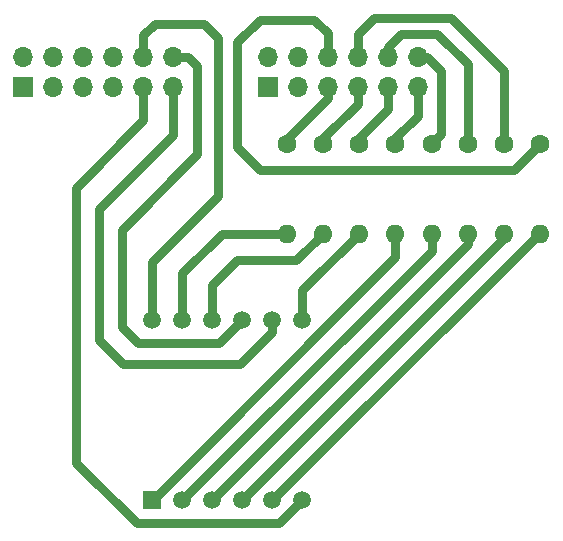
<source format=gbr>
%TF.GenerationSoftware,KiCad,Pcbnew,(6.0.8)*%
%TF.CreationDate,2023-06-26T15:44:48-04:00*%
%TF.ProjectId,DIAPLAY  7 SEG x 4,44494150-4c41-4592-9020-372053454720,rev?*%
%TF.SameCoordinates,Original*%
%TF.FileFunction,Copper,L2,Bot*%
%TF.FilePolarity,Positive*%
%FSLAX46Y46*%
G04 Gerber Fmt 4.6, Leading zero omitted, Abs format (unit mm)*
G04 Created by KiCad (PCBNEW (6.0.8)) date 2023-06-26 15:44:48*
%MOMM*%
%LPD*%
G01*
G04 APERTURE LIST*
%TA.AperFunction,ComponentPad*%
%ADD10C,1.600000*%
%TD*%
%TA.AperFunction,ComponentPad*%
%ADD11O,1.600000X1.600000*%
%TD*%
%TA.AperFunction,ComponentPad*%
%ADD12R,1.500000X1.500000*%
%TD*%
%TA.AperFunction,ComponentPad*%
%ADD13C,1.500000*%
%TD*%
%TA.AperFunction,ComponentPad*%
%ADD14R,1.700000X1.700000*%
%TD*%
%TA.AperFunction,ComponentPad*%
%ADD15O,1.700000X1.700000*%
%TD*%
%TA.AperFunction,Conductor*%
%ADD16C,0.800000*%
%TD*%
G04 APERTURE END LIST*
D10*
%TO.P,R3,1*%
%TO.N,Net-(R3-Pad1)*%
X145364285Y-69810000D03*
D11*
%TO.P,R3,2*%
%TO.N,Net-(R3-Pad2)*%
X145364285Y-77430000D03*
%TD*%
D10*
%TO.P,R2,1*%
%TO.N,Net-(R2-Pad1)*%
X163750000Y-69810000D03*
D11*
%TO.P,R2,2*%
%TO.N,Net-(R2-Pad2)*%
X163750000Y-77430000D03*
%TD*%
D10*
%TO.P,R4,1*%
%TO.N,Net-(R4-Pad1)*%
X151492855Y-69810000D03*
D11*
%TO.P,R4,2*%
%TO.N,Net-(R4-Pad2)*%
X151492855Y-77430000D03*
%TD*%
D10*
%TO.P,R8,1*%
%TO.N,Net-(R8-Pad1)*%
X142300000Y-69810000D03*
D11*
%TO.P,R8,2*%
%TO.N,Net-(R8-Pad2)*%
X142300000Y-77430000D03*
%TD*%
D10*
%TO.P,R7,1*%
%TO.N,Net-(R7-Pad1)*%
X148428570Y-69810000D03*
D11*
%TO.P,R7,2*%
%TO.N,Net-(R7-Pad2)*%
X148428570Y-77430000D03*
%TD*%
D12*
%TO.P,U1,1,e*%
%TO.N,Net-(R4-Pad2)*%
X130920000Y-99977500D03*
D13*
%TO.P,U1,2,d*%
%TO.N,Net-(R5-Pad2)*%
X133460000Y-99977500D03*
%TO.P,U1,3,DPX*%
%TO.N,Net-(R1-Pad2)*%
X136000000Y-99977500D03*
%TO.P,U1,4,c*%
%TO.N,Net-(R6-Pad2)*%
X138540000Y-99977500D03*
%TO.P,U1,5,g*%
%TO.N,Net-(R2-Pad2)*%
X141080000Y-99977500D03*
%TO.P,U1,6,CA4*%
%TO.N,Net-(J2-Pad9)*%
X143620000Y-99977500D03*
%TO.P,U1,7,b*%
%TO.N,Net-(R7-Pad2)*%
X143620000Y-84737500D03*
%TO.P,U1,8,CA3*%
%TO.N,Net-(J2-Pad11)*%
X141080000Y-84737500D03*
%TO.P,U1,9,CA2*%
%TO.N,Net-(J2-Pad12)*%
X138540000Y-84737500D03*
%TO.P,U1,10,f*%
%TO.N,Net-(R3-Pad2)*%
X136000000Y-84737500D03*
%TO.P,U1,11,a*%
%TO.N,Net-(R8-Pad2)*%
X133460000Y-84737500D03*
%TO.P,U1,12,CA1*%
%TO.N,Net-(J2-Pad10)*%
X130920000Y-84737500D03*
%TD*%
D14*
%TO.P,J1,1,Pin_1*%
%TO.N,unconnected-(J1-Pad1)*%
X140690000Y-65000000D03*
D15*
%TO.P,J1,2,Pin_2*%
%TO.N,unconnected-(J1-Pad2)*%
X140690000Y-62460000D03*
%TO.P,J1,3,Pin_3*%
%TO.N,unconnected-(J1-Pad3)*%
X143230000Y-65000000D03*
%TO.P,J1,4,Pin_4*%
%TO.N,unconnected-(J1-Pad4)*%
X143230000Y-62460000D03*
%TO.P,J1,5,Pin_5*%
%TO.N,Net-(R8-Pad1)*%
X145770000Y-65000000D03*
%TO.P,J1,6,Pin_6*%
%TO.N,Net-(R2-Pad1)*%
X145770000Y-62460000D03*
%TO.P,J1,7,Pin_7*%
%TO.N,Net-(R3-Pad1)*%
X148310000Y-65000000D03*
%TO.P,J1,8,Pin_8*%
%TO.N,Net-(R6-Pad1)*%
X148310000Y-62460000D03*
%TO.P,J1,9,Pin_9*%
%TO.N,Net-(R7-Pad1)*%
X150850000Y-65000000D03*
%TO.P,J1,10,Pin_10*%
%TO.N,Net-(R1-Pad1)*%
X150850000Y-62460000D03*
%TO.P,J1,11,Pin_11*%
%TO.N,Net-(R4-Pad1)*%
X153390000Y-65000000D03*
%TO.P,J1,12,Pin_12*%
%TO.N,Net-(R5-Pad1)*%
X153390000Y-62460000D03*
%TD*%
D10*
%TO.P,R1,1*%
%TO.N,Net-(R1-Pad1)*%
X157621425Y-69810000D03*
D11*
%TO.P,R1,2*%
%TO.N,Net-(R1-Pad2)*%
X157621425Y-77430000D03*
%TD*%
D10*
%TO.P,R5,1*%
%TO.N,Net-(R5-Pad1)*%
X154557140Y-69810000D03*
D11*
%TO.P,R5,2*%
%TO.N,Net-(R5-Pad2)*%
X154557140Y-77430000D03*
%TD*%
D10*
%TO.P,R6,1*%
%TO.N,Net-(R6-Pad1)*%
X160685710Y-69810000D03*
D11*
%TO.P,R6,2*%
%TO.N,Net-(R6-Pad2)*%
X160685710Y-77430000D03*
%TD*%
D14*
%TO.P,J2,1,Pin_1*%
%TO.N,unconnected-(J2-Pad1)*%
X120000000Y-65000000D03*
D15*
%TO.P,J2,2,Pin_2*%
%TO.N,unconnected-(J2-Pad2)*%
X120000000Y-62460000D03*
%TO.P,J2,3,Pin_3*%
%TO.N,unconnected-(J2-Pad3)*%
X122540000Y-65000000D03*
%TO.P,J2,4,Pin_4*%
%TO.N,unconnected-(J2-Pad4)*%
X122540000Y-62460000D03*
%TO.P,J2,5,Pin_5*%
%TO.N,unconnected-(J2-Pad5)*%
X125080000Y-65000000D03*
%TO.P,J2,6,Pin_6*%
%TO.N,unconnected-(J2-Pad6)*%
X125080000Y-62460000D03*
%TO.P,J2,7,Pin_7*%
%TO.N,unconnected-(J2-Pad7)*%
X127620000Y-65000000D03*
%TO.P,J2,8,Pin_8*%
%TO.N,unconnected-(J2-Pad8)*%
X127620000Y-62460000D03*
%TO.P,J2,9,Pin_9*%
%TO.N,Net-(J2-Pad9)*%
X130160000Y-65000000D03*
%TO.P,J2,10,Pin_10*%
%TO.N,Net-(J2-Pad10)*%
X130160000Y-62460000D03*
%TO.P,J2,11,Pin_11*%
%TO.N,Net-(J2-Pad11)*%
X132700000Y-65000000D03*
%TO.P,J2,12,Pin_12*%
%TO.N,Net-(J2-Pad12)*%
X132700000Y-62460000D03*
%TD*%
D16*
%TO.N,Net-(J2-Pad9)*%
X141627500Y-101970000D02*
X143620000Y-99977500D01*
X124460000Y-96850000D02*
X129580000Y-101970000D01*
X129580000Y-101970000D02*
X141627500Y-101970000D01*
X130160000Y-67850000D02*
X124460000Y-73550000D01*
X124460000Y-73550000D02*
X124460000Y-96850000D01*
X130160000Y-65000000D02*
X130160000Y-67850000D01*
%TO.N,Net-(R8-Pad1)*%
X145770000Y-65940000D02*
X145770000Y-65000000D01*
X142300000Y-69410000D02*
X145770000Y-65940000D01*
X142300000Y-69810000D02*
X142300000Y-69410000D01*
%TO.N,Net-(R3-Pad1)*%
X148310000Y-66420000D02*
X148310000Y-65000000D01*
X145364285Y-69365715D02*
X148310000Y-66420000D01*
X145364285Y-69810000D02*
X145364285Y-69365715D01*
%TO.N,Net-(R4-Pad1)*%
X153390000Y-67450000D02*
X153390000Y-65000000D01*
X151492855Y-69347145D02*
X153390000Y-67450000D01*
X151492855Y-69810000D02*
X151492855Y-69347145D01*
%TO.N,Net-(R7-Pad1)*%
X150850000Y-66890000D02*
X150850000Y-65000000D01*
X148428570Y-69311430D02*
X150850000Y-66890000D01*
X148428570Y-69810000D02*
X148428570Y-69311430D01*
%TO.N,Net-(R6-Pad1)*%
X160685710Y-63655710D02*
X160685710Y-69810000D01*
X156180000Y-59150000D02*
X160685710Y-63655710D01*
X148310000Y-60500000D02*
X149660000Y-59150000D01*
X149660000Y-59150000D02*
X156180000Y-59150000D01*
X148310000Y-62460000D02*
X148310000Y-60500000D01*
%TO.N,Net-(R1-Pad1)*%
X157621425Y-63091425D02*
X157621425Y-69810000D01*
X155030000Y-60500000D02*
X157621425Y-63091425D01*
X151970000Y-60500000D02*
X155030000Y-60500000D01*
X150850000Y-61620000D02*
X151970000Y-60500000D01*
X150850000Y-62460000D02*
X150850000Y-61620000D01*
%TO.N,Net-(R2-Pad1)*%
X161500000Y-72060000D02*
X163750000Y-69810000D01*
X140020000Y-59320000D02*
X138120000Y-61220000D01*
X138120000Y-61220000D02*
X138120000Y-70130000D01*
X138120000Y-70130000D02*
X140050000Y-72060000D01*
X140050000Y-72060000D02*
X161500000Y-72060000D01*
X144640000Y-59320000D02*
X140020000Y-59320000D01*
X145770000Y-60450000D02*
X144640000Y-59320000D01*
X145770000Y-62460000D02*
X145770000Y-60450000D01*
%TO.N,Net-(J2-Pad10)*%
X136460000Y-60860000D02*
X136460000Y-74290000D01*
X135260000Y-59660000D02*
X136460000Y-60860000D01*
X130920000Y-79830000D02*
X130920000Y-84737500D01*
X131150000Y-59660000D02*
X135260000Y-59660000D01*
X136460000Y-74290000D02*
X130920000Y-79830000D01*
X130160000Y-60650000D02*
X131150000Y-59660000D01*
X130160000Y-62460000D02*
X130160000Y-60650000D01*
%TO.N,Net-(J2-Pad12)*%
X129720000Y-86720000D02*
X136557500Y-86720000D01*
X128350000Y-77090000D02*
X128350000Y-85350000D01*
X134710000Y-70730000D02*
X128350000Y-77090000D01*
X134710000Y-63270000D02*
X134710000Y-70730000D01*
X133900000Y-62460000D02*
X134710000Y-63270000D01*
X128350000Y-85350000D02*
X129720000Y-86720000D01*
X132700000Y-62460000D02*
X133900000Y-62460000D01*
X136557500Y-86720000D02*
X138540000Y-84737500D01*
%TO.N,Net-(J2-Pad11)*%
X126420000Y-86480000D02*
X128450000Y-88510000D01*
X141080000Y-85780000D02*
X141080000Y-84737500D01*
X126420000Y-75390000D02*
X126420000Y-86480000D01*
X138350000Y-88510000D02*
X141080000Y-85780000D01*
X132700000Y-69110000D02*
X126420000Y-75390000D01*
X128450000Y-88510000D02*
X138350000Y-88510000D01*
X132700000Y-65000000D02*
X132700000Y-69110000D01*
%TO.N,Net-(R1-Pad2)*%
X157621425Y-78356075D02*
X157621425Y-77430000D01*
X136000000Y-99977500D02*
X157621425Y-78356075D01*
%TO.N,Net-(R2-Pad2)*%
X141080000Y-99977500D02*
X163627500Y-77430000D01*
X163627500Y-77430000D02*
X163750000Y-77430000D01*
%TO.N,Net-(R3-Pad2)*%
X136000000Y-84737500D02*
X136000000Y-81750000D01*
X136000000Y-81750000D02*
X138060000Y-79690000D01*
X143104285Y-79690000D02*
X145364285Y-77430000D01*
X138060000Y-79690000D02*
X143104285Y-79690000D01*
%TO.N,Net-(R4-Pad2)*%
X130932500Y-99977500D02*
X151492855Y-79417145D01*
X130920000Y-99977500D02*
X130932500Y-99977500D01*
X151492855Y-79417145D02*
X151492855Y-77430000D01*
%TO.N,Net-(R5-Pad2)*%
X154550000Y-78887500D02*
X154550000Y-77437140D01*
X133460000Y-99977500D02*
X154550000Y-78887500D01*
X154550000Y-77437140D02*
X154557140Y-77430000D01*
%TO.N,Net-(R6-Pad2)*%
X160685710Y-77831790D02*
X160685710Y-77430000D01*
X138540000Y-99977500D02*
X160685710Y-77831790D01*
%TO.N,Net-(R7-Pad2)*%
X143620000Y-84737500D02*
X143620000Y-82238570D01*
X143620000Y-82238570D02*
X148428570Y-77430000D01*
%TO.N,Net-(R8-Pad2)*%
X133460000Y-84737500D02*
X133460000Y-80770000D01*
X133460000Y-80770000D02*
X136800000Y-77430000D01*
X136800000Y-77430000D02*
X142300000Y-77430000D01*
%TO.N,Net-(R5-Pad1)*%
X154140000Y-62460000D02*
X155360000Y-63680000D01*
X155360000Y-63680000D02*
X155360000Y-69007140D01*
X153390000Y-62460000D02*
X154140000Y-62460000D01*
X155360000Y-69007140D02*
X154557140Y-69810000D01*
%TD*%
M02*

</source>
